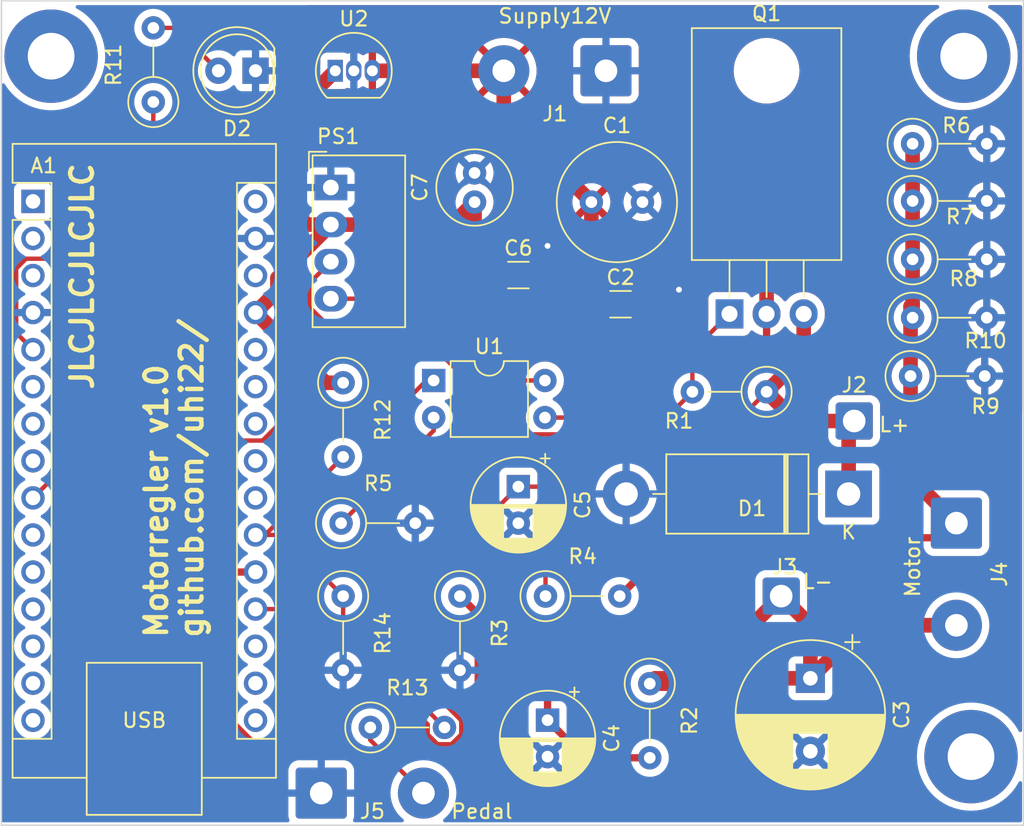
<source format=kicad_pcb>
(kicad_pcb (version 20221018) (generator pcbnew)
  (layers (0 "F.Cu" signal) (31 "B.Cu" signal) (34 "B.Paste" user) (35 "F.Paste" user) (36 "B.SilkS" user "B.Silkscreen") (37 "F.SilkS" user "F.Silkscreen") (38 "B.Mask" user) (39 "F.Mask" user) (44 "Edge.Cuts" user))
  (net 0 "")
  (net 4 "GND")
  (net 5 "Net-(A1-D2)")
  (net 9 "PWM")
  (net 19 "ADC0")
  (net 20 "ADC1")
  (net 21 "ADC2")
  (net 27 "+5V")
  (net 30 "12V")
  (net 31 "MOTP")
  (net 32 "DC_OUT0")
  (net 33 "Net-(D2-A)")
  (net 34 "MOTN")
  (net 35 "Net-(J5-Pin_2)")
  (net 36 "DC_OUT5")
  (net 37 "Net-(Q1-G)")
  (net 38 "Net-(R5-Pad1)")
  (footprint "Resistor_THT:R_Axial_DIN0309_L9.0mm_D3.2mm_P5.08mm_Vertical" (layer "F.Cu") (at 139 78 -90)
    (fp_text reference "R3" (at 2.54 -2.72 -90) (layer "F.SilkS"))
    (fp_text value "12k")
    (pad "1" thru_hole circle (at 0 0 270) (size 1.6 1.6) (drill 0.8) (layers "*.Cu" "*.Mask") (net 20 "ADC1"))
    (pad "2" thru_hole oval (at 5.08 0 270) (size 1.6 1.6) (drill 0.8) (layers "*.Cu" "*.Mask") (net 4 "GND"))
  )
  (footprint "Capacitor_SMD:C_1206_3216Metric_Pad1.33x1.80mm_HandSolder" (layer "F.Cu") (at 143 56)
    (fp_text reference "C6" (at 0 -1.85) (layer "F.SilkS"))
    (fp_text value "100n")
    (pad "1" smd roundrect (at -1.5625 0) (size 1.325 1.8) (layers "F.Cu" "F.Paste" "F.Mask") (roundrect_rratio 0.1886792453) (net 27 "+5V"))
    (pad "2" smd roundrect (at 1.5625 0) (size 1.325 1.8) (layers "F.Cu" "F.Paste" "F.Mask") (roundrect_rratio 0.1886792453) (net 4 "GND"))
  )
  (footprint "Connector_Wire:SolderWire-0.75sqmm_1x02_P7mm_D1.25mm_OD3.5mm" (layer "F.Cu") (at 129.5 91.5)
    (fp_text reference "J5" (at 3.5 1.25) (layer "F.SilkS"))
    (fp_text value "Pedal" (at 11 1.25) (layer "F.SilkS"))
    (pad "1" thru_hole roundrect (at 0 0) (size 3.5 3.5) (drill 1.55) (layers "*.Cu" "*.Mask") (roundrect_rratio 0.07142914286) (net 4 "GND"))
    (pad "2" thru_hole circle (at 7 0) (size 3.5 3.5) (drill 1.55) (layers "*.Cu" "*.Mask") (net 35 "Net-(J5-Pin_2)"))
  )
  (footprint "Resistor_THT:R_Axial_DIN0309_L9.0mm_D3.2mm_P5.08mm_Vertical" (layer "F.Cu") (at 130.86 73)
    (fp_text reference "R5" (at 2.54 -2.72) (layer "F.SilkS"))
    (fp_text value "470")
    (pad "1" thru_hole circle (at 0 0) (size 1.6 1.6) (drill 0.8) (layers "*.Cu" "*.Mask") (net 38 "Net-(R5-Pad1)"))
    (pad "2" thru_hole oval (at 5.08 0) (size 1.6 1.6) (drill 0.8) (layers "*.Cu" "*.Mask") (net 4 "GND"))
  )
  (footprint "MountingHole:MountingHole_3.2mm_M3_Pad" (layer "F.Cu") (at 174 89)
    (fp_text reference "REF**" hide)
    (fp_text value "MountingHole_3.2mm_M3_Pad" hide)
    (pad "1" thru_hole circle (at 0 0) (size 6.4 6.4) (drill 3.2) (layers "*.Cu" "*.Mask"))
  )
  (footprint "Capacitor_THT:C_Radial_D5.0mm_H11.0mm_P2.00mm" (layer "F.Cu") (at 140 51 90)
    (fp_text reference "C7" (at 1 -3.75 90) (layer "F.SilkS"))
    (fp_text value "10µ")
    (pad "1" thru_hole circle (at 0 0 90) (size 1.6 1.6) (drill 0.8) (layers "*.Cu" "*.Mask") (net 27 "+5V"))
    (pad "2" thru_hole circle (at 2 0 90) (size 1.6 1.6) (drill 0.8) (layers "*.Cu" "*.Mask") (net 4 "GND"))
  )
  (footprint "Resistor_THT:R_Axial_DIN0309_L9.0mm_D3.2mm_P5.08mm_Vertical" (layer "F.Cu") (at 132.86 87)
    (fp_text reference "R13" (at 2.54 -2.72) (layer "F.SilkS"))
    (fp_text value "1k")
    (pad "1" thru_hole circle (at 0 0) (size 1.6 1.6) (drill 0.8) (layers "*.Cu" "*.Mask") (net 35 "Net-(J5-Pin_2)"))
    (pad "2" thru_hole oval (at 5.08 0) (size 1.6 1.6) (drill 0.8) (layers "*.Cu" "*.Mask") (net 21 "ADC2"))
  )
  (footprint "Converter_DCDC:Converter_DCDC_Murata_MEE1SxxxxSC_THT" (layer "F.Cu") (at 130.1575 50)
    (fp_text reference "PS1" (at 0.5 -3.5 180) (layer "F.SilkS"))
    (fp_text value "MEE1S0505SC")
    (pad "1" thru_hole rect (at 0 0 270) (size 1.75 2.25) (drill 1.075) (layers "*.Cu" "*.Mask") (net 4 "GND"))
    (pad "2" thru_hole oval (at 0 2.54 270) (size 1.75 2.25) (drill 1.075) (layers "*.Cu" "*.Mask") (net 27 "+5V"))
    (pad "3" thru_hole oval (at 0 5.08 270) (size 1.75 2.25) (drill 1.075) (layers "*.Cu" "*.Mask") (net 32 "DC_OUT0"))
    (pad "4" thru_hole oval (at 0 7.62 270) (size 1.75 2.25) (drill 1.075) (layers "*.Cu" "*.Mask") (net 36 "DC_OUT5"))
  )
  (footprint "Resistor_THT:R_Axial_DIN0309_L9.0mm_D3.2mm_P5.08mm_Vertical" (layer "F.Cu") (at 160 64 180)
    (fp_text reference "R1" (at 6 -2 180) (layer "F.SilkS"))
    (fp_text value "470")
    (pad "1" thru_hole circle (at 0 0 180) (size 1.6 1.6) (drill 0.8) (layers "*.Cu" "*.Mask") (net 32 "DC_OUT0"))
    (pad "2" thru_hole oval (at 5.08 0 180) (size 1.6 1.6) (drill 0.8) (layers "*.Cu" "*.Mask") (net 37 "Net-(Q1-G)"))
  )
  (footprint "Package_DIP:DIP-4_W7.62mm" (layer "F.Cu") (at 137.2 63.225)
    (fp_text reference "U1" (at 3.81 -2.33) (layer "F.SilkS"))
    (fp_text value "PC817")
    (pad "1" thru_hole rect (at 0 0) (size 1.6 1.6) (drill 0.8) (layers "*.Cu" "*.Mask") (net 9 "PWM"))
    (pad "2" thru_hole oval (at 0 2.54) (size 1.6 1.6) (drill 0.8) (layers "*.Cu" "*.Mask") (net 38 "Net-(R5-Pad1)"))
    (pad "3" thru_hole oval (at 7.62 2.54) (size 1.6 1.6) (drill 0.8) (layers "*.Cu" "*.Mask") (net 37 "Net-(Q1-G)"))
    (pad "4" thru_hole oval (at 7.62 0) (size 1.6 1.6) (drill 0.8) (layers "*.Cu" "*.Mask") (net 36 "DC_OUT5"))
  )
  (footprint "Resistor_THT:R_Axial_DIN0309_L9.0mm_D3.2mm_P5.08mm_Vertical" (layer "F.Cu") (at 170 47)
    (fp_text reference "R6" (at 3 -1.25) (layer "F.SilkS"))
    (fp_text value "1")
    (pad "1" thru_hole circle (at 0 0) (size 1.6 1.6) (drill 0.8) (layers "*.Cu" "*.Mask") (net 34 "MOTN"))
    (pad "2" thru_hole oval (at 5.08 0) (size 1.6 1.6) (drill 0.8) (layers "*.Cu" "*.Mask") (net 4 "GND"))
  )
  (footprint "Capacitor_THT:CP_Radial_D6.3mm_P2.50mm" (layer "F.Cu") (at 143 70.5 -90)
    (fp_text reference "C5" (at 1.25 -4.4 90) (layer "F.SilkS"))
    (fp_text value "1µ")
    (pad "1" thru_hole rect (at 0 0 270) (size 1.6 1.6) (drill 0.8) (layers "*.Cu" "*.Mask") (net 19 "ADC0"))
    (pad "2" thru_hole circle (at 2.5 0 270) (size 1.6 1.6) (drill 0.8) (layers "*.Cu" "*.Mask") (net 4 "GND"))
  )
  (footprint "Connector_Wire:SolderWire-0.75sqmm_1x02_P7mm_D1.25mm_OD3.5mm" (layer "F.Cu") (at 149 42 180)
    (fp_text reference "J1" (at 3.5 -2.95) (layer "F.SilkS"))
    (fp_text value "Supply12V" (at 3.5 3.75) (layer "F.SilkS"))
    (pad "1" thru_hole roundrect (at 0 0 180) (size 3.5 3.5) (drill 1.55) (layers "*.Cu" "*.Mask") (roundrect_rratio 0.07142914286) (net 4 "GND"))
    (pad "2" thru_hole circle (at 7 0 180) (size 3.5 3.5) (drill 1.55) (layers "*.Cu" "*.Mask") (net 30 "12V"))
  )
  (footprint "Resistor_THT:R_Axial_DIN0309_L9.0mm_D3.2mm_P5.08mm_Vertical" (layer "F.Cu") (at 170 58.92)
    (fp_text reference "R10" (at 5 1.58) (layer "F.SilkS"))
    (fp_text value "1")
    (pad "1" thru_hole circle (at 0 0) (size 1.6 1.6) (drill 0.8) (layers "*.Cu" "*.Mask") (net 34 "MOTN"))
    (pad "2" thru_hole oval (at 5.08 0) (size 1.6 1.6) (drill 0.8) (layers "*.Cu" "*.Mask") (net 4 "GND"))
  )
  (footprint "Resistor_THT:R_Axial_DIN0309_L9.0mm_D3.2mm_P5.08mm_Vertical" (layer "F.Cu") (at 170 54.92)
    (fp_text reference "R8" (at 3.5 1.33) (layer "F.SilkS"))
    (fp_text value "1")
    (pad "1" thru_hole circle (at 0 0) (size 1.6 1.6) (drill 0.8) (layers "*.Cu" "*.Mask") (net 34 "MOTN"))
    (pad "2" thru_hole oval (at 5.08 0) (size 1.6 1.6) (drill 0.8) (layers "*.Cu" "*.Mask") (net 4 "GND"))
  )
  (footprint "Module:Arduino_Nano" (layer "F.Cu") (at 109.76 50.95)
    (fp_text reference "A1" (at 0.74 -2.45) (layer "F.SilkS"))
    (fp_text value "Arduino_Nano_v2.x")
    (fp_text user "USB" (at 7.62 35.56 unlocked) (layer "F.SilkS"))
    (pad "1" thru_hole rect (at 0 0) (size 1.6 1.6) (drill 1) (layers "*.Cu" "*.Mask"))
    (pad "2" thru_hole oval (at 0 2.54) (size 1.6 1.6) (drill 1) (layers "*.Cu" "*.Mask"))
    (pad "3" thru_hole oval (at 0 5.08) (size 1.6 1.6) (drill 1) (layers "*.Cu" "*.Mask"))
    (pad "4" thru_hole oval (at 0 7.62) (size 1.6 1.6) (drill 1) (layers "*.Cu" "*.Mask") (net 4 "GND"))
    (pad "5" thru_hole oval (at 0 10.16) (size 1.6 1.6) (drill 1) (layers "*.Cu" "*.Mask") (net 5 "Net-(A1-D2)"))
    (pad "6" thru_hole oval (at 0 12.7) (size 1.6 1.6) (drill 1) (layers "*.Cu" "*.Mask"))
    (pad "7" thru_hole oval (at 0 15.24) (size 1.6 1.6) (drill 1) (layers "*.Cu" "*.Mask"))
    (pad "8" thru_hole oval (at 0 17.78) (size 1.6 1.6) (drill 1) (layers "*.Cu" "*.Mask"))
    (pad "9" thru_hole oval (at 0 20.32) (size 1.6 1.6) (drill 1) (layers "*.Cu" "*.Mask") (net 9 "PWM"))
    (pad "10" thru_hole oval (at 0 22.86) (size 1.6 1.6) (drill 1) (layers "*.Cu" "*.Mask"))
    (pad "11" thru_hole oval (at 0 25.4) (size 1.6 1.6) (drill 1) (layers "*.Cu" "*.Mask"))
    (pad "12" thru_hole oval (at 0 27.94) (size 1.6 1.6) (drill 1) (layers "*.Cu" "*.Mask"))
    (pad "13" thru_hole oval (at 0 30.48) (size 1.6 1.6) (drill 1) (layers "*.Cu" "*.Mask"))
    (pad "14" thru_hole oval (at 0 33.02) (size 1.6 1.6) (drill 1) (layers "*.Cu" "*.Mask"))
    (pad "15" thru_hole oval (at 0 35.56) (size 1.6 1.6) (drill 1) (layers "*.Cu" "*.Mask"))
    (pad "16" thru_hole oval (at 15.24 35.56) (size 1.6 1.6) (drill 1) (layers "*.Cu" "*.Mask"))
    (pad "17" thru_hole oval (at 15.24 33.02) (size 1.6 1.6) (drill 1) (layers "*.Cu" "*.Mask"))
    (pad "18" thru_hole oval (at 15.24 30.48) (size 1.6 1.6) (drill 1) (layers "*.Cu" "*.Mask"))
    (pad "19" thru_hole oval (at 15.24 27.94) (size 1.6 1.6) (drill 1) (layers "*.Cu" "*.Mask") (net 19 "ADC0"))
    (pad "20" thru_hole oval (at 15.24 25.4) (size 1.6 1.6) (drill 1) (layers "*.Cu" "*.Mask") (net 20 "ADC1"))
    (pad "21" thru_hole oval (at 15.24 22.86) (size 1.6 1.6) (drill 1) (layers "*.Cu" "*.Mask") (net 21 "ADC2"))
    (pad "22" thru_hole oval (at 15.24 20.32) (size 1.6 1.6) (drill 1) (layers "*.Cu" "*.Mask"))
    (pad "23" thru_hole oval (at 15.24 17.78) (size 1.6 1.6) (drill 1) (layers "*.Cu" "*.Mask"))
    (pad "24" thru_hole oval (at 15.24 15.24) (size 1.6 1.6) (drill 1) (layers "*.Cu" "*.Mask"))
    (pad "25" thru_hole oval (at 15.24 12.7) (size 1.6 1.6) (drill 1) (layers "*.Cu" "*.Mask"))
    (pad "26" thru_hole oval (at 15.24 10.16) (size 1.6 1.6) (drill 1) (layers "*.Cu" "*.Mask"))
    (pad "27" thru_hole oval (at 15.24 7.62) (size 1.6 1.6) (drill 1) (layers "*.Cu" "*.Mask") (net 27 "+5V"))
    (pad "28" thru_hole oval (at 15.24 5.08) (size 1.6 1.6) (drill 1) (layers "*.Cu" "*.Mask"))
    (pad "29" thru_hole oval (at 15.24 2.54) (size 1.6 1.6) (drill 1) (layers "*.Cu" "*.Mask") (net 4 "GND"))
    (pad "30" thru_hole oval (at 15.24 0) (size 1.6 1.6) (drill 1) (layers "*.Cu" "*.Mask"))
  )
  (footprint "Package_TO_SOT_THT:TO-220-3_Horizontal_TabDown" (layer "F.Cu") (at 157.46 58.66)
    (fp_text reference "Q1" (at 2.54 -20.58) (layer "F.SilkS"))
    (fp_text value "IRF540N")
    (pad "" np_thru_hole oval (at 2.54 -16.66) (size 3.5 3.5) (drill 3.5) (layers "*.Cu" "*.Mask"))
    (pad "1" thru_hole rect (at 0 0) (size 1.905 2) (drill 1.1) (layers "*.Cu" "*.Mask") (net 37 "Net-(Q1-G)"))
    (pad "2" thru_hole oval (at 2.54 0) (size 1.905 2) (drill 1.1) (layers "*.Cu" "*.Mask") (net 30 "12V"))
    (pad "3" thru_hole oval (at 5.08 0) (size 1.905 2) (drill 1.1) (layers "*.Cu" "*.Mask") (net 32 "DC_OUT0"))
  )
  (footprint "LED_THT:LED_D5.0mm_Clear" (layer "F.Cu") (at 125 42 180)
    (fp_text reference "D2" (at 1.27 -3.96) (layer "F.SilkS"))
    (fp_text value "LED")
    (pad "1" thru_hole rect (at 0 0 180) (size 1.8 1.8) (drill 0.9) (layers "*.Cu" "*.Mask") (net 4 "GND"))
    (pad "2" thru_hole circle (at 2.54 0 180) (size 1.8 1.8) (drill 0.9) (layers "*.Cu" "*.Mask") (net 33 "Net-(D2-A)"))
  )
  (footprint "MountingHole:MountingHole_3.2mm_M3_Pad" (layer "F.Cu") (at 173.5 41)
    (fp_text reference "REF**" hide)
    (fp_text value "MountingHole_3.2mm_M3_Pad" hide)
    (pad "1" thru_hole circle (at 0 0) (size 6.4 6.4) (drill 3.2) (layers "*.Cu" "*.Mask"))
  )
  (footprint "Connector_Wire:SolderWire-0.75sqmm_1x02_P7mm_D1.25mm_OD3.5mm" (layer "F.Cu") (at 173 73 -90)
    (fp_text reference "J4" (at 3.5 -2.95 90) (layer "F.SilkS"))
    (fp_text value "Motor" (at 3 3 90) (layer "F.SilkS"))
    (pad "1" thru_hole roundrect (at 0 0 270) (size 3.5 3.5) (drill 1.55) (layers "*.Cu" "*.Mask") (roundrect_rratio 0.07142914286) (net 34 "MOTN"))
    (pad "2" thru_hole circle (at 7 0 270) (size 3.5 3.5) (drill 1.55) (layers "*.Cu" "*.Mask") (net 31 "MOTP"))
  )
  (footprint "Resistor_THT:R_Axial_DIN0309_L9.0mm_D3.2mm_P5.08mm_Vertical" (layer "F.Cu") (at 169.86 62.92)
    (fp_text reference "R9" (at 5.14 2.08) (layer "F.SilkS"))
    (fp_text value "1")
    (pad "1" thru_hole circle (at 0 0) (size 1.6 1.6) (drill 0.8) (layers "*.Cu" "*.Mask") (net 34 "MOTN"))
    (pad "2" thru_hole oval (at 5.08 0) (size 1.6 1.6) (drill 0.8) (layers "*.Cu" "*.Mask") (net 4 "GND"))
  )
  (footprint "Package_TO_SOT_THT:TO-92_Inline" (layer "F.Cu") (at 130.46 42)
    (fp_text reference "U2" (at 1.27 -3.56) (layer "F.SilkS"))
    (fp_text value "L78L05_TO92")
    (pad "1" thru_hole rect (at 0 0) (size 1.05 1.5) (drill 0.75) (layers "*.Cu" "*.Mask") (net 27 "+5V"))
    (pad "2" thru_hole oval (at 1.27 0) (size 1.05 1.5) (drill 0.75) (layers "*.Cu" "*.Mask") (net 4 "GND"))
    (pad "3" thru_hole oval (at 2.54 0) (size 1.05 1.5) (drill 0.75) (layers "*.Cu" "*.Mask") (net 30 "12V"))
  )
  (footprint "MountingHole:MountingHole_3.2mm_M3_Pad" (layer "F.Cu") (at 111 41)
    (fp_text reference "REF**" hide)
    (fp_text value "MountingHole_3.2mm_M3_Pad" hide)
    (pad "1" thru_hole circle (at 0 0) (size 6.4 6.4) (drill 3.2) (layers "*.Cu" "*.Mask"))
  )
  (footprint "Resistor_THT:R_Axial_DIN0309_L9.0mm_D3.2mm_P5.08mm_Vertical" (layer "F.Cu") (at 144.86 78)
    (fp_text reference "R4" (at 2.54 -2.72) (layer "F.SilkS"))
    (fp_text value "2k2")
    (pad "1" thru_hole circle (at 0 0) (size 1.6 1.6) (drill 0.8) (layers "*.Cu" "*.Mask") (net 19 "ADC0"))
    (pad "2" thru_hole oval (at 5.08 0) (size 1.6 1.6) (drill 0.8) (layers "*.Cu" "*.Mask") (net 34 "MOTN"))
  )
  (footprint "Resistor_THT:R_Axial_DIN0309_L9.0mm_D3.2mm_P5.08mm_Vertical" (layer "F.Cu") (at 131 63.38 -90)
    (fp_text reference "R12" (at 2.54 -2.72 -90) (layer "F.SilkS"))
    (fp_text value "4k7")
    (pad "1" thru_hole circle (at 0 0 270) (size 1.6 1.6) (drill 0.8) (layers "*.Cu" "*.Mask") (net 27 "+5V"))
    (pad "2" thru_hole oval (at 5.08 0 270) (size 1.6 1.6) (drill 0.8) (layers "*.Cu" "*.Mask") (net 21 "ADC2"))
  )
  (footprint "Connector_Wire:SolderWire-0.75sqmm_1x01_D1.25mm_OD2.3mm" (layer "F.Cu") (at 166 66)
    (fp_text reference "J2" (at 0 -2.47) (layer "F.SilkS"))
    (fp_text value "L+" (at 2.75 0.25) (layer "F.SilkS"))
    (pad "1" thru_hole roundrect (at 0 0) (size 2.55 2.55) (drill 1.55) (layers "*.Cu" "*.Mask") (roundrect_rratio 0.09803882353) (net 32 "DC_OUT0"))
  )
  (footprint "Resistor_THT:R_Axial_DIN0309_L9.0mm_D3.2mm_P5.08mm_Vertical" (layer "F.Cu") (at 152 84 -90)
    (fp_text reference "R2" (at 2.54 -2.72 90) (layer "F.SilkS"))
    (fp_text value "100k")
    (pad "1" thru_hole circle (at 0 0 270) (size 1.6 1.6) (drill 0.8) (layers "*.Cu" "*.Mask") (net 31 "MOTP"))
    (pad "2" thru_hole oval (at 5.08 0 270) (size 1.6 1.6) (drill 0.8) (layers "*.Cu" "*.Mask") (net 20 "ADC1"))
  )
  (footprint "Diode_THT:D_DO-201AD_P15.24mm_Horizontal" (layer "F.Cu") (at 165.62 71 180)
    (fp_text reference "D1" (at 6.62 -1) (layer "F.SilkS"))
    (fp_text value "1N5822")
    (fp_text user "K" (at 0 -2.6) (layer "F.SilkS"))
    (pad "1" thru_hole rect (at 0 0 180) (size 3.2 3.2) (drill 1.6) (layers "*.Cu" "*.Mask") (net 32 "DC_OUT0"))
    (pad "2" thru_hole oval (at 15.24 0 180) (size 3.2 3.2) (drill 1.6) (layers "*.Cu" "*.Mask") (net 4 "GND"))
  )
  (footprint "Capacitor_THT:CP_Radial_D6.3mm_P2.50mm" (layer "F.Cu") (at 145 86.5 -90)
    (fp_text reference "C4" (at 1.25 -4.4 90) (layer "F.SilkS"))
    (fp_text value "1µ")
    (pad "1" thru_hole rect (at 0 0 270) (size 1.6 1.6) (drill 0.8) (layers "*.Cu" "*.Mask") (net 20 "ADC1"))
    (pad "2" thru_hole circle (at 2.5 0 270) (size 1.6 1.6) (drill 0.8) (layers "*.Cu" "*.Mask") (net 4 "GND"))
  )
  (footprint "Resistor_THT:R_Axial_DIN0309_L9.0mm_D3.2mm_P5.08mm_Vertical" (layer "F.Cu") (at 170 50.92)
    (fp_text reference "R7" (at 3.25 1.08) (layer "F.SilkS"))
    (fp_text value "1")
    (pad "1" thru_hole circle (at 0 0) (size 1.6 1.6) (drill 0.8) (layers "*.Cu" "*.Mask") (net 34 "MOTN"))
    (pad "2" thru_hole oval (at 5.08 0) (size 1.6 1.6) (drill 0.8) (layers "*.Cu" "*.Mask") (net 4 "GND"))
  )
  (footprint "Resistor_THT:R_Axial_DIN0309_L9.0mm_D3.2mm_P5.08mm_Vertical" (layer "F.Cu") (at 118 44.14 90)
    (fp_text reference "R11" (at 2.54 -2.72 90) (layer "F.SilkS"))
    (fp_text value "1k")
    (pad "1" thru_hole circle (at 0 0 90) (size 1.6 1.6) (drill 0.8) (layers "*.Cu" "*.Mask") (net 5 "Net-(A1-D2)"))
    (pad "2" thru_hole oval (at 5.08 0 90) (size 1.6 1.6) (drill 0.8) (layers "*.Cu" "*.Mask") (net 33 "Net-(D2-A)"))
  )
  (footprint "Connector_Wire:SolderWire-0.75sqmm_1x01_D1.25mm_OD2.3mm" (layer "F.Cu") (at 161 78)
    (fp_text reference "J3" (at 0.25 -2) (layer "F.SilkS"))
    (fp_text value "L-" (at 2.5 -1) (layer "F.SilkS"))
    (pad "1" thru_hole roundrect (at 0 0) (size 2.55 2.55) (drill 1.55) (layers "*.Cu" "*.Mask") (roundrect_rratio 0.09803882353) (net 31 "MOTP"))
  )
  (footprint "Capacitor_THT:C_Radial_D8.0mm_H7.0mm_P3.50mm" (layer "F.Cu") (at 148 51)
    (fp_text reference "C1" (at 1.75 -5.25) (layer "F.SilkS"))
    (fp_text value "1000µ")
    (pad "1" thru_hole circle (at 0 0) (size 1.6 1.6) (drill 0.8) (layers "*.Cu" "*.Mask") (net 30 "12V"))
    (pad "2" thru_hole circle (at 3.5 0) (size 1.6 1.6) (drill 0.8) (layers "*.Cu" "*.Mask") (net 4 "GND"))
  )
  (footprint "Resistor_THT:R_Axial_DIN0309_L9.0mm_D3.2mm_P5.08mm_Vertical" (layer "F.Cu") (at 131 78 -90)
    (fp_text reference "R14" (at 2.54 -2.72 -90) (layer "F.SilkS"))
    (fp_text value "1k")
    (pad "1" thru_hole circle (at 0 0 270) (size 1.6 1.6) (drill 0.8) (layers "*.Cu" "*.Mask") (net 21 "ADC2"))
    (pad "2" thru_hole oval (at 5.08 0 270) (size 1.6 1.6) (drill 0.8) (layers "*.Cu" "*.Mask") (net 4 "GND"))
  )
  (footprint "Capacitor_THT:CP_Radial_D10.0mm_P5.00mm" (layer "F.Cu") (at 163 83.632323 -90)
    (fp_text reference "C3" (at 2.5 -6.25 90) (layer "F.SilkS"))
    (fp_text value "1000µ")
    (pad "1" thru_hole rect (at 0 0 270) (size 2 2) (drill 1) (layers "*.Cu" "*.Mask") (net 31 "MOTP"))
    (pad "2" thru_hole circle (at 5 0 270) (size 2 2) (drill 1) (layers "*.Cu" "*.Mask") (net 4 "GND"))
  )
  (footprint "Capacitor_SMD:C_1206_3216Metric_Pad1.33x1.80mm_HandSolder" (layer "F.Cu") (at 150 58)
    (fp_text reference "C2" (at 0 -1.85) (layer "F.SilkS"))
    (fp_text value "100n")
    (pad "1" smd roundrect (at -1.5625 0) (size 1.325 1.8) (layers "F.Cu" "F.Paste" "F.Mask") (roundrect_rratio 0.1886792453) (net 30 "12V"))
    (pad "2" smd roundrect (at 1.5625 0) (size 1.325 1.8) (layers "F.Cu" "F.Paste" "F.Mask") (roundrect_rratio 0.1886792453) (net 4 "GND"))
  )
  (gr_rect (start 107.6 37.2) (end 177.6 93.7) (stroke (width 0.1)) (fill none) (layer "Edge.Cuts"))
  (gr_text "JLCJLCJLCJLC" (at 114 64 90) (layer "F.SilkS") (effects (font (size 1.5 1.5) (thickness 0.3) bold) (justify left bottom)))
  (gr_text "Motorregler v1.0\ngithub.com/uhi22/" (at 121.5 81 90) (layer "F.SilkS") (effects (font (size 1.5 1.5) (thickness 0.3) bold) (justify left bottom)))
  (segment (start 153 58) (end 154 57) (width 0.3) (layer "F.Cu") (net 4))
  (segment (start 151.5625 58) (end 153 58) (width 0.3) (layer "F.Cu") (net 4))
  (segment (start 145 54) (end 145 55.5625) (width 0.3) (layer "F.Cu") (net 4))
  (segment (start 145 55.5625) (end 144.5625 56) (width 0.3) (layer "F.Cu") (net 4))
  (via (at 154 57) (size 0.8) (drill 0.4) (layers "F.Cu" "B.Cu") (net 4))
  (via (at 145 54) (size 0.8) (drill 0.4) (layers "F.Cu" "B.Cu") (net 4))
  (segment (start 109.283654 54.88) (end 108.61 55.553654) (width 0.3) (layer "F.Cu") (net 5))
  (segment (start 118 44.14) (end 118 48) (width 0.3) (layer "F.Cu") (net 5))
  (segment (start 111.12 54.88) (end 109.283654 54.88) (width 0.3) (layer "F.Cu") (net 5))
  (segment (start 108.61 59.96) (end 109.76 61.11) (width 0.3) (layer "F.Cu") (net 5))
  (segment (start 108.61 55.553654) (end 108.61 59.96) (width 0.3) (layer "F.Cu") (net 5))
  (segment (start 118 48) (end 111.12 54.88) (width 0.3) (layer "F.Cu") (net 5))
  (segment (start 126.816346 66) (end 125.476346 67.34) (width 0.3) (layer "F.Cu") (net 9))
  (segment (start 113.69 67.34) (end 109.76 71.27) (width 0.3) (layer "F.Cu") (net 9))
  (segment (start 133.925 66) (end 126.816346 66) (width 0.3) (layer "F.Cu") (net 9))
  (segment (start 125.476346 67.34) (end 113.69 67.34) (width 0.3) (layer "F.Cu") (net 9))
  (segment (start 137.2 63.225) (end 136.7 63.225) (width 0.3) (layer "F.Cu") (net 9))
  (segment (start 136.7 63.225) (end 133.925 66) (width 0.3) (layer "F.Cu") (net 9))
  (segment (start 145 71) (end 144.5 70.5) (width 0.3) (layer "F.Cu") (net 19))
  (segment (start 136.79 86.79) (end 128.89 78.89) (width 0.3) (layer "F.Cu") (net 19))
  (segment (start 139.09 87.476346) (end 138.416346 88.15) (width 0.3) (layer "F.Cu") (net 19))
  (segment (start 137.463654 88.15) (end 136.79 87.476346) (width 0.3) (layer "F.Cu") (net 19))
  (segment (start 143 70.5) (end 137.497106 76.002894) (width 0.3) (layer "F.Cu") (net 19))
  (segment (start 144.86 71.14) (end 145 71) (width 0.3) (layer "F.Cu") (net 19))
  (segment (start 137.497106 76.002894) (end 137.497106 84.93076) (width 0.3) (layer "F.Cu") (net 19))
  (segment (start 128.89 78.89) (end 125 78.89) (width 0.3) (layer "F.Cu") (net 19))
  (segment (start 138.416346 88.15) (end 137.463654 88.15) (width 0.3) (layer "F.Cu") (net 19))
  (segment (start 139.09 86.523654) (end 139.09 87.476346) (width 0.3) (layer "F.Cu") (net 19))
  (segment (start 144.5 70.5) (end 143 70.5) (width 0.3) (layer "F.Cu") (net 19))
  (segment (start 137.497106 84.93076) (end 139.09 86.523654) (width 0.3) (layer "F.Cu") (net 19))
  (segment (start 144.86 78) (end 144.86 71.14) (width 0.3) (layer "F.Cu") (net 19))
  (segment (start 136.79 87.476346) (end 136.79 86.79) (width 0.3) (layer "F.Cu") (net 19))
  (segment (start 145 84) (end 139 78) (width 0.5) (layer "F.Cu") (net 20))
  (segment (start 123 86.277767) (end 123 77) (width 0.5) (layer "F.Cu") (net 20))
  (segment (start 123 77) (end 123.65 76.35) (width 0.5) (layer "F.Cu") (net 20))
  (segment (start 140.25 79.25) (end 140.25 88.75) (width 0.5) (layer "F.Cu") (net 20))
  (segment (start 137.313883 89) (end 132.656941 84.343058) (width 0.5) (layer "F.Cu") (net 20))
  (segment (start 124.722233 88) (end 123 86.277767) (width 0.5) (layer "F.Cu") (net 20))
  (segment (start 129 88) (end 124.722233 88) (width 0.5) (layer "F.Cu") (net 20))
  (segment (start 152 89.08) (end 147.58 89.08) (width 0.5) (layer "F.Cu") (net 20))
  (segment (start 139 78) (end 140.25 79.25) (width 0.5) (layer "F.Cu") (net 20))
  (segment (start 123.65 76.35) (end 125 76.35) (width 0.5) (layer "F.Cu") (net 20))
  (segment (start 140 89) (end 137.313883 89) (width 0.5) (layer "F.Cu") (net 20))
  (segment (start 145 86.5) (end 145 84) (width 0.5) (layer "F.Cu") (net 20))
  (segment (start 147.58 89.08) (end 145 86.5) (width 0.5) (layer "F.Cu") (net 20))
  (segment (start 140.25 88.75) (end 140 89) (width 0.5) (layer "F.Cu") (net 20))
  (segment (start 132.656941 84.343058) (end 129 88) (width 0.5) (layer "F.Cu") (net 20))
  (segment (start 131 68.46) (end 125.65 73.81) (width 0.3) (layer "F.Cu") (net 21))
  (segment (start 125 73.81) (end 126.81 73.81) (width 0.3) (layer "F.Cu") (net 21))
  (segment (start 131 78) (end 131 80.06) (width 0.3) (layer "F.Cu") (net 21))
  (segment (start 126.81 73.81) (end 131 78) (width 0.3) (layer "F.Cu") (net 21))
  (segment (start 125.65 73.81) (end 125 73.81) (width 0.3) (layer "F.Cu") (net 21))
  (segment (start 131 80.06) (end 137.94 87) (width 0.3) (layer "F.Cu") (net 21))
  (segment (start 130.1575 52.54) (end 128.5325 52.54) (width 1) (layer "F.Cu") (net 27))
  (segment (start 128 52.0075) (end 128 44.46) (width 1) (layer "F.Cu") (net 27))
  (segment (start 140 54.5625) (end 141.4375 56) (width 1) (layer "F.Cu") (net 27))
  (segment (start 129.81 63.38) (end 125 58.57) (width 1) (layer "F.Cu") (net 27))
  (segment (start 128 44.46) (end 130.46 42) (width 1) (layer "F.Cu") (net 27))
  (segment (start 128.5325 52.54) (end 128 52.0075) (width 1) (layer "F.Cu") (net 27))
  (segment (start 130.1575 52.54) (end 138.46 52.54) (width 1) (layer "F.Cu") (net 27))
  (segment (start 140 51) (end 140 54.5625) (width 1) (layer "F.Cu") (net 27))
  (segment (start 130.1575 52.54) (end 126.5 56.1975) (width 1) (layer "F.Cu") (net 27))
  (segment (start 126.5 56.1975) (end 126.5 57.07) (width 1) (layer "F.Cu") (net 27))
  (segment (start 131 63.38) (end 129.81 63.38) (width 1) (layer "F.Cu") (net 27))
  (segment (start 126.5 57.07) (end 125 58.57) (width 1) (layer "F.Cu") (net 27))
  (segment (start 138.46 52.54) (end 140 51) (width 1) (layer "F.Cu") (net 27))
  (segment (start 150 55) (end 148 53) (width 1) (layer "F.Cu") (net 30))
  (segment (start 148 57.5625) (end 148.4375 58) (width 1) (layer "F.Cu") (net 30))
  (segment (start 160 58.66) (end 160 55) (width 1) (layer "F.Cu") (net 30))
  (segment (start 148 51) (end 148 53) (width 1) (layer "F.Cu") (net 30))
  (segment (start 142 42) (end 142 45) (width 1) (layer "F.Cu") (net 30))
  (segment (start 142 42) (end 133 42) (width 1) (layer "F.Cu") (net 30))
  (segment (start 160 55) (end 150 55) (width 1) (layer "F.Cu") (net 30))
  (segment (start 148 53) (end 148 57.5625) (width 1) (layer "F.Cu") (net 30))
  (segment (start 142 45) (end 148 51) (width 1) (layer "F.Cu") (net 30))
  (segment (start 163 83.632323) (end 163 80) (width 1) (layer "F.Cu") (net 31))
  (segment (start 163 80) (end 161 78) (width 1) (layer "F.Cu") (net 31))
  (segment (start 161 78) (end 155 84) (width 1) (layer "F.Cu") (net 31))
  (segment (start 166.632323 80) (end 163 83.632323) (width 1) (layer "F.Cu") (net 31))
  (segment (start 163 83.632323) (end 152.367677 83.632323) (width 1) (layer "F.Cu") (net 31))
  (segment (start 155 84) (end 152 84) (width 1) (layer "F.Cu") (net 31))
  (segment (start 173 80) (end 166.632323 80) (width 1) (layer "F.Cu") (net 31))
  (segment (start 152.367677 83.632323) (end 152 84) (width 1) (layer "F.Cu") (net 31))
  (segment (start 173 80) (end 163 80) (width 1) (layer "F.Cu") (net 31))
  (segment (start 137.275 61) (end 143.19 66.915) (width 0.3) (layer "F.Cu") (net 32))
  (segment (start 128.6825 56.555) (end 128.6825 58.1825) (width 0.3) (layer "F.Cu") (net 32))
  (segment (start 131.5 61) (end 137.275 61) (width 0.3) (layer "F.Cu") (net 32))
  (segment (start 165.62 66.38) (end 166 66) (width 1) (layer "F.Cu") (net 32))
  (segment (start 162 66) (end 160 64) (width 1) (layer "F.Cu") (net 32))
  (segment (start 157.085 66.915) (end 160 64) (width 0.3) (layer "F.Cu") (net 32))
  (segment (start 165.62 71) (end 165.62 66.38) (width 1) (layer "F.Cu") (net 32))
  (segment (start 130.1575 55.08) (end 128.6825 56.555) (width 0.3) (layer "F.Cu") (net 32))
  (segment (start 162.54 61.46) (end 162.54 58.66) (width 1) (layer "F.Cu") (net 32))
  (segment (start 166 66) (end 162 66) (width 1) (layer "F.Cu") (net 32))
  (segment (start 143.19 66.915) (end 157.085 66.915) (width 0.3) (layer "F.Cu") (net 32))
  (segment (start 128.6825 58.1825) (end 131.5 61) (width 0.3) (layer "F.Cu") (net 32))
  (segment (start 160 64) (end 162.54 61.46) (width 1) (layer "F.Cu") (net 32))
  (segment (start 118 39.06) (end 119.52 39.06) (width 0.3) (layer "F.Cu") (net 33))
  (segment (start 119.52 39.06) (end 122.46 42) (width 0.3) (layer "F.Cu") (net 33))
  (segment (start 169.86 58.14) (end 169.86 62.92) (width 1) (layer "F.Cu") (net 34))
  (segment (start 170 54.92) (end 170 58) (width 1) (layer "F.Cu") (net 34))
  (segment (start 149.94 78) (end 153.94 74) (width 0.5) (layer "F.Cu") (net 34))
  (segment (start 153.94 74) (end 172 74) (width 0.5) (layer "F.Cu") (net 34))
  (segment (start 172 74) (end 173 73) (width 0.5) (layer "F.Cu") (net 34))
  (segment (start 170 58) (end 169.86 58.14) (width 1) (layer "F.Cu") (net 34))
  (segment (start 170 47) (end 170 50.92) (width 1) (layer "F.Cu") (net 34))
  (segment (start 170 54.92) (end 170 50.92) (width 1) (layer "F.Cu") (net 34))
  (segment (start 169.86 69.86) (end 173 73) (width 1) (layer "F.Cu") (net 34))
  (segment (start 169.86 62.92) (end 169.86 69.86) (width 1) (layer "F.Cu") (net 34))
  (segment (start 170 58) (end 170 58.92) (width 1) (layer "F.Cu") (net 34))
  (segment (start 132.86 87.86) (end 132.86 87) (width 0.3) (layer "F.Cu") (net 35))
  (segment (start 137 92) (end 132.86 87.86) (width 0.3) (layer "F.Cu") (net 35))
  (segment (start 140.225 63.225) (end 134.62 57.62) (width 0.3) (layer "F.Cu") (net 36))
  (segment (start 144.82 63.225) (end 140.225 63.225) (width 0.3) (layer "F.Cu") (net 36))
  (segment (start 134.62 57.62) (end 130.1575 57.62) (width 0.3) (layer "F.Cu") (net 36))
  (segment (start 154.92 64) (end 154.92 61.2) (width 0.3) (layer "F.Cu") (net 37))
  (segment (start 154.92 61.2) (end 157.46 58.66) (width 0.3) (layer "F.Cu") (net 37))
  (segment (start 154.92 64) (end 153.42 65.5) (width 0.3) (layer "F.Cu") (net 37))
  (segment (start 152.735 65.765) (end 144.82 65.765) (width 0.3) (layer "F.Cu") (net 37))
  (segment (start 153 65.5) (end 152.735 65.765) (width 0.3) (layer "F.Cu") (net 37))
  (segment (start 153.42 65.5) (end 153 65.5) (width 0.3) (layer "F.Cu") (net 37))
  (segment (start 137.2 66.66) (end 137.2 65.765) (width 0.3) (layer "F.Cu") (net 38))
  (segment (start 130.86 73) (end 137.2 66.66) (width 0.3) (layer "F.Cu") (net 38))
  (zone (net 30) (net_name "12V") (layer "F.Cu") (priority 1) (connect_pads (clearance 0.5)) (min_thickness 0.25) (fill yes (thermal_gap 0.5) (thermal_bridge_width 0.5))
    (polygon (pts (xy 156 65.5) (xy 156.5 65.5) (xy 168 65.5) (xy 177.5 65.5) (xy 177.5 60.5) (xy 177.5 45) (xy 177.5 37.5) (xy 151.5 37.5) (xy 151.5 37.5) (xy 146.5 37.5) (xy 146.5 37.5) (xy 128.5 37.5) (xy 128.5 47.5) (xy 133 48.5) (xy 134.5 50) (xy 140 53) (xy 140.5 58.5) (xy 141.5 60) (xy 142 62) (xy 141 64.5) (xy 150 64.5) (xy 155 64.5) (xy 155 65)))
  )
  (zone (net 4) (net_name "GND") (layer "B.Cu") (connect_pads (clearance 0.5)) (min_thickness 0.25) (fill yes (thermal_gap 0.5) (thermal_bridge_width 0.5))
    (polygon (pts (xy 169.5 37.5) (xy 177.5 37.5) (xy 177.5 93.5) (xy 107.5 93.5) (xy 107.5 37.5) (xy 169.5 37.5)))
  )
)
</source>
